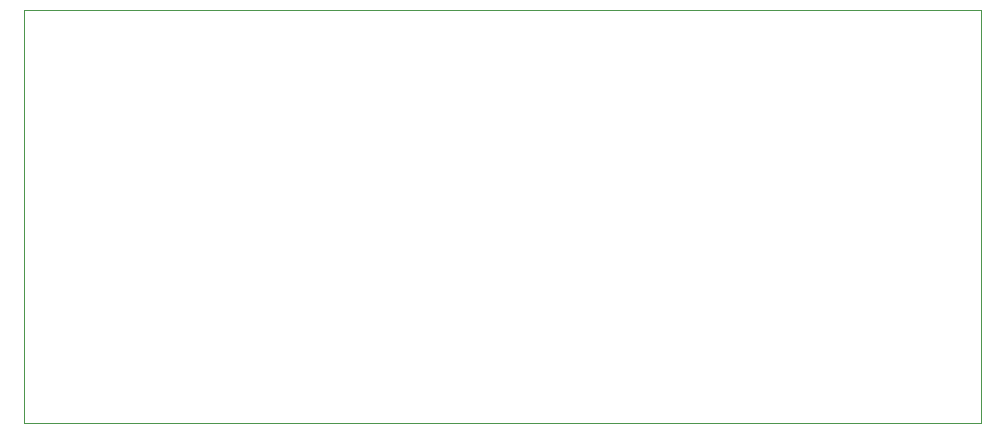
<source format=gbr>
%TF.GenerationSoftware,KiCad,Pcbnew,9.0.2*%
%TF.CreationDate,2025-06-17T12:36:07-07:00*%
%TF.ProjectId,controller,636f6e74-726f-46c6-9c65-722e6b696361,rev?*%
%TF.SameCoordinates,Original*%
%TF.FileFunction,Profile,NP*%
%FSLAX46Y46*%
G04 Gerber Fmt 4.6, Leading zero omitted, Abs format (unit mm)*
G04 Created by KiCad (PCBNEW 9.0.2) date 2025-06-17 12:36:07*
%MOMM*%
%LPD*%
G01*
G04 APERTURE LIST*
%TA.AperFunction,Profile*%
%ADD10C,0.050000*%
%TD*%
G04 APERTURE END LIST*
D10*
X101000000Y-70000000D02*
X182000000Y-70000000D01*
X182000000Y-105000000D01*
X101000000Y-105000000D01*
X101000000Y-70000000D01*
M02*

</source>
